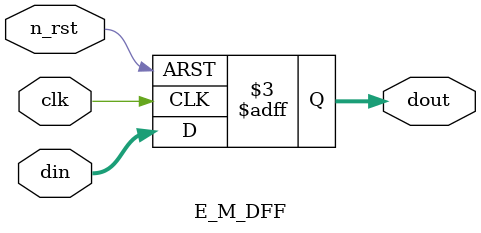
<source format=sv>
module E_M_DFF #(
    parameter WIDTH = 32,
    parameter RESET_VALUE = 0
)
(
    clk,
    n_rst,
    din,
    dout
);
    input clk;
    input n_rst;
    input [WIDTH-1:0]din;
    
    output reg[WIDTH-1:0]dout;

always@(posedge clk or negedge n_rst)
begin
    if(!n_rst) 
    begin
        dout <= RESET_VALUE;
    end
    else 
    begin
        dout <= din;
    end
end

endmodule
</source>
